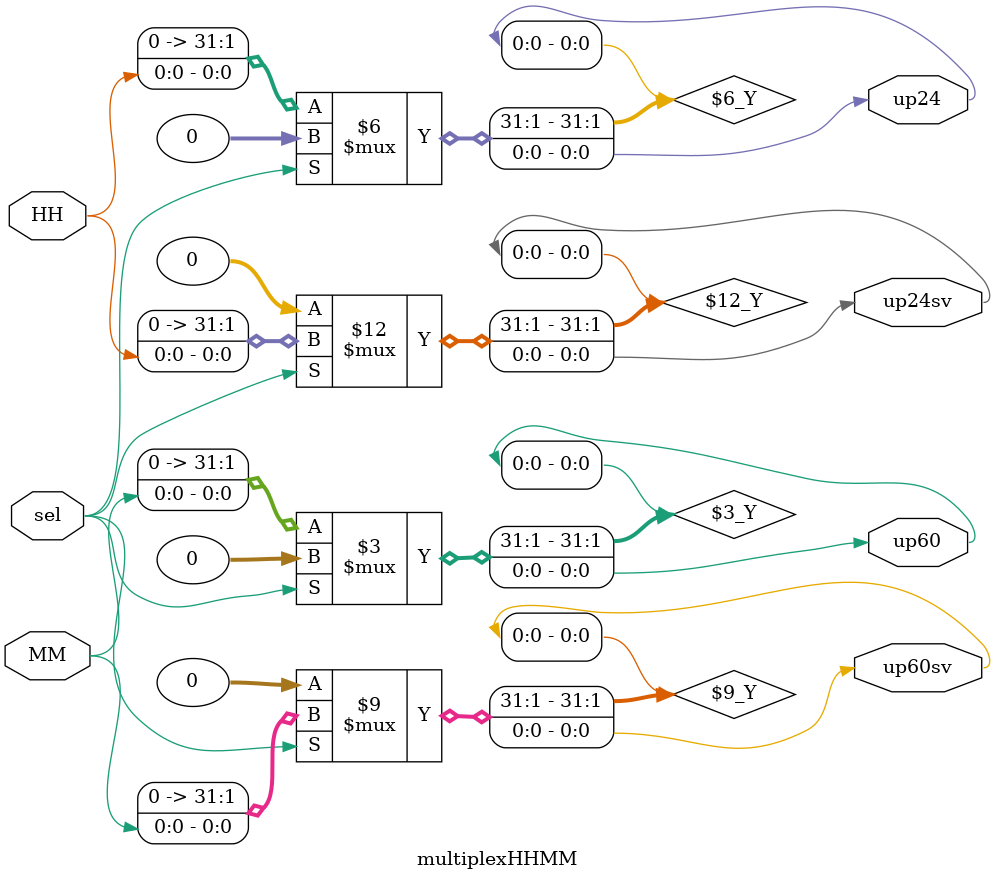
<source format=v>
`timescale 1ns / 1ps


module multiplexHHMM(input  MM,HH,input  sel,output  up60, up24, up60sv, up24sv);


     assign up60= sel==0?MM:0;
     assign up24= sel==0?HH:0;
     
     assign up60sv=sel==1?MM:0;
     assign up24sv=sel==1?HH:0;
    
endmodule

</source>
